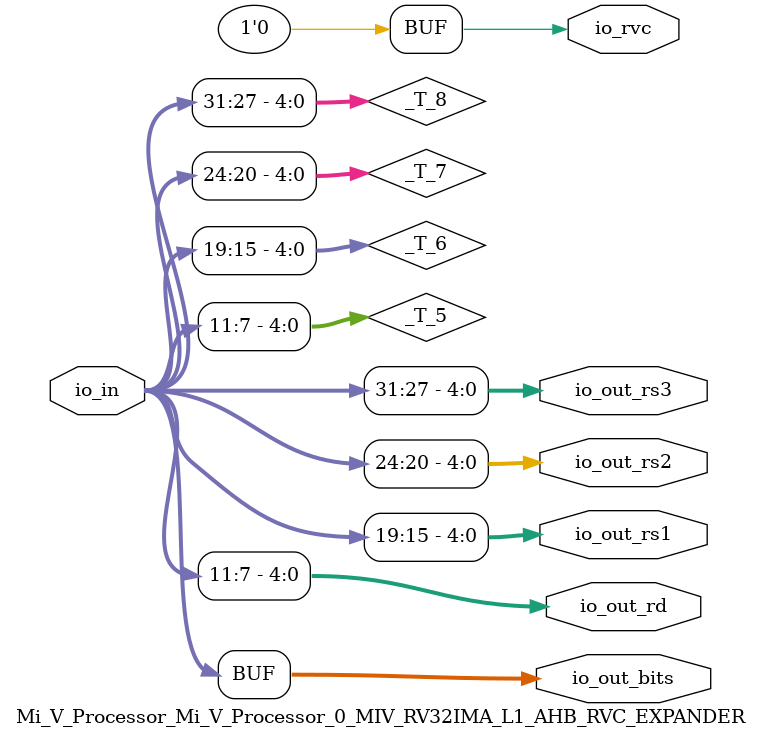
<source format=v>
`define RANDOMIZE
`timescale 1ns/10ps
module Mi_V_Processor_Mi_V_Processor_0_MIV_RV32IMA_L1_AHB_RVC_EXPANDER(
  input  [31:0] io_in,
  output [31:0] io_out_bits,
  output [4:0]  io_out_rd,
  output [4:0]  io_out_rs1,
  output [4:0]  io_out_rs2,
  output [4:0]  io_out_rs3,
  output        io_rvc
);
  wire [4:0] _T_5;
  wire [4:0] _T_6;
  wire [4:0] _T_7;
  wire [4:0] _T_8;
  assign io_out_bits = io_in;
  assign io_out_rd = _T_5;
  assign io_out_rs1 = _T_6;
  assign io_out_rs2 = _T_7;
  assign io_out_rs3 = _T_8;
  assign io_rvc = 1'h0;
  assign _T_5 = io_in[11:7];
  assign _T_6 = io_in[19:15];
  assign _T_7 = io_in[24:20];
  assign _T_8 = io_in[31:27];
endmodule

</source>
